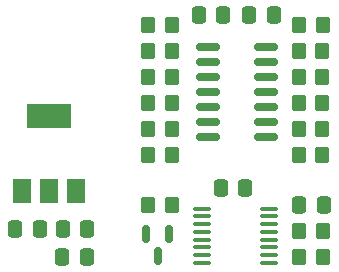
<source format=gbr>
%TF.GenerationSoftware,KiCad,Pcbnew,6.0.8+dfsg-1~bpo11+1*%
%TF.CreationDate,2022-10-31T17:37:34+01:00*%
%TF.ProjectId,rib4outAd_00,72696234-6f75-4744-9164-5f30302e6b69,rev?*%
%TF.SameCoordinates,Original*%
%TF.FileFunction,Paste,Top*%
%TF.FilePolarity,Positive*%
%FSLAX46Y46*%
G04 Gerber Fmt 4.6, Leading zero omitted, Abs format (unit mm)*
G04 Created by KiCad (PCBNEW 6.0.8+dfsg-1~bpo11+1) date 2022-10-31 17:37:34*
%MOMM*%
%LPD*%
G01*
G04 APERTURE LIST*
G04 Aperture macros list*
%AMRoundRect*
0 Rectangle with rounded corners*
0 $1 Rounding radius*
0 $2 $3 $4 $5 $6 $7 $8 $9 X,Y pos of 4 corners*
0 Add a 4 corners polygon primitive as box body*
4,1,4,$2,$3,$4,$5,$6,$7,$8,$9,$2,$3,0*
0 Add four circle primitives for the rounded corners*
1,1,$1+$1,$2,$3*
1,1,$1+$1,$4,$5*
1,1,$1+$1,$6,$7*
1,1,$1+$1,$8,$9*
0 Add four rect primitives between the rounded corners*
20,1,$1+$1,$2,$3,$4,$5,0*
20,1,$1+$1,$4,$5,$6,$7,0*
20,1,$1+$1,$6,$7,$8,$9,0*
20,1,$1+$1,$8,$9,$2,$3,0*%
G04 Aperture macros list end*
%ADD10RoundRect,0.250000X0.350000X0.450000X-0.350000X0.450000X-0.350000X-0.450000X0.350000X-0.450000X0*%
%ADD11RoundRect,0.100000X-0.637500X-0.100000X0.637500X-0.100000X0.637500X0.100000X-0.637500X0.100000X0*%
%ADD12RoundRect,0.250000X0.337500X0.475000X-0.337500X0.475000X-0.337500X-0.475000X0.337500X-0.475000X0*%
%ADD13RoundRect,0.150000X-0.150000X0.587500X-0.150000X-0.587500X0.150000X-0.587500X0.150000X0.587500X0*%
%ADD14RoundRect,0.250000X-0.350000X-0.450000X0.350000X-0.450000X0.350000X0.450000X-0.350000X0.450000X0*%
%ADD15R,1.500000X2.000000*%
%ADD16R,3.800000X2.000000*%
%ADD17RoundRect,0.150000X-0.825000X-0.150000X0.825000X-0.150000X0.825000X0.150000X-0.825000X0.150000X0*%
%ADD18RoundRect,0.250000X-0.337500X-0.475000X0.337500X-0.475000X0.337500X0.475000X-0.337500X0.475000X0*%
G04 APERTURE END LIST*
D10*
%TO.C,R11*%
X158250000Y-93800000D03*
X156250000Y-93800000D03*
%TD*%
%TO.C,R1*%
X145500000Y-104600000D03*
X143500000Y-104600000D03*
%TD*%
D11*
%TO.C,U3*%
X148037500Y-104925000D03*
X148037500Y-105575000D03*
X148037500Y-106225000D03*
X148037500Y-106875000D03*
X148037500Y-107525000D03*
X148037500Y-108175000D03*
X148037500Y-108825000D03*
X148037500Y-109475000D03*
X153762500Y-109475000D03*
X153762500Y-108825000D03*
X153762500Y-108175000D03*
X153762500Y-107525000D03*
X153762500Y-106875000D03*
X153762500Y-106225000D03*
X153762500Y-105575000D03*
X153762500Y-104925000D03*
%TD*%
D12*
%TO.C,C6*%
X149870000Y-88500000D03*
X147795000Y-88500000D03*
%TD*%
D13*
%TO.C,U1*%
X145250000Y-107062500D03*
X143350000Y-107062500D03*
X144300000Y-108937500D03*
%TD*%
D10*
%TO.C,R10*%
X158250000Y-96000000D03*
X156250000Y-96000000D03*
%TD*%
D14*
%TO.C,R5*%
X143500000Y-96000000D03*
X145500000Y-96000000D03*
%TD*%
D10*
%TO.C,R12*%
X158250000Y-98200000D03*
X156250000Y-98200000D03*
%TD*%
D15*
%TO.C,U2*%
X132800000Y-103400000D03*
D16*
X135100000Y-97100000D03*
D15*
X135100000Y-103400000D03*
X137400000Y-103400000D03*
%TD*%
D17*
%TO.C,U4*%
X148525000Y-91190000D03*
X148525000Y-92460000D03*
X148525000Y-93730000D03*
X148525000Y-95000000D03*
X148525000Y-96270000D03*
X148525000Y-97540000D03*
X148525000Y-98810000D03*
X153475000Y-98810000D03*
X153475000Y-97540000D03*
X153475000Y-96270000D03*
X153475000Y-95000000D03*
X153475000Y-93730000D03*
X153475000Y-92460000D03*
X153475000Y-91190000D03*
%TD*%
D10*
%TO.C,R15*%
X158300000Y-89400000D03*
X156300000Y-89400000D03*
%TD*%
D14*
%TO.C,R3*%
X156300000Y-109000000D03*
X158300000Y-109000000D03*
%TD*%
D12*
%TO.C,C4*%
X134300000Y-106600000D03*
X132225000Y-106600000D03*
%TD*%
D18*
%TO.C,C3*%
X149625000Y-103200000D03*
X151700000Y-103200000D03*
%TD*%
D14*
%TO.C,R8*%
X143500000Y-89400000D03*
X145500000Y-89400000D03*
%TD*%
%TO.C,R9*%
X143500000Y-100400000D03*
X145500000Y-100400000D03*
%TD*%
%TO.C,R7*%
X143500000Y-98200000D03*
X145500000Y-98200000D03*
%TD*%
D10*
%TO.C,R14*%
X158250000Y-100400000D03*
X156250000Y-100400000D03*
%TD*%
D14*
%TO.C,R6*%
X143500000Y-91600000D03*
X145500000Y-91600000D03*
%TD*%
D12*
%TO.C,C1*%
X138325000Y-106600000D03*
X136250000Y-106600000D03*
%TD*%
D14*
%TO.C,R2*%
X156300000Y-106800000D03*
X158300000Y-106800000D03*
%TD*%
D10*
%TO.C,R13*%
X158250000Y-91600000D03*
X156250000Y-91600000D03*
%TD*%
D12*
%TO.C,C5*%
X158375000Y-104600000D03*
X156300000Y-104600000D03*
%TD*%
D14*
%TO.C,R4*%
X143500000Y-93800000D03*
X145500000Y-93800000D03*
%TD*%
D12*
%TO.C,C7*%
X154135000Y-88520000D03*
X152060000Y-88520000D03*
%TD*%
%TO.C,C2*%
X138300000Y-109000000D03*
X136225000Y-109000000D03*
%TD*%
M02*

</source>
